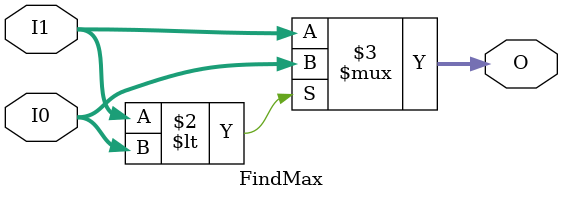
<source format=v>
/*
 * Project:     Bitlet PE
 * Module:      Bitlet_MaxTree
 * Discription: Compare tree, to find out maximum value among DI in pipeline.
 * Dependency:  
 * 
 * Author:      ZHU Zi-Xuan (UESTC), 2021.02
 */

`timescale 1ns / 1ps

module Bitlet_MaxTree
#(
    parameter N = 16,   // number of input
    parameter W = 9     // width of input
)
(
    input               clk,
    input               rst_n,
    input               DI_vld,     // active high, 1 cycle
    input   [N*W-1:0]   DI_vec,     // input as a vector
    output              MAX_vld,    // active high, 1 cycle
    output  [W-1:0]     MAX
);

localparam  D   = $clog2(N);        // depth of compare tree

integer i, j;

reg             pmax_vld[D:0];
reg     [W-1:0] pmax_reg[D:0][N-1:0];
wire    [W-1:0] pmax_res[D:0][N-1:0];

assign  MAX_vld = pmax_vld[0];
assign  MAX     = pmax_reg[0][0];
genvar g, k;

always @(*)
begin
    pmax_vld[D]   = DI_vld;
end
for (g=0; g<D; g=g+1)
begin
    always @(posedge clk or negedge rst_n)
    begin
        if (!rst_n)
            pmax_vld[g] <= 1'b0;
        else if (pmax_vld[g]!=pmax_vld[g+1])
            pmax_vld[g] <= pmax_vld[g+1];
    end
end
always @(*)
begin
    for (i=0; i<N; i=i+1)
    begin
        pmax_reg[D][i]   = DI_vec[(i*W)+:W];
    end
end

for (g=0; g<D; g=g+1)
begin
    for (k=0; k<2**g; k=k+1)
    begin
        always @(posedge clk or negedge rst_n)
        begin
            if (!rst_n)
                pmax_reg[g][k]  <= 'b0;
            else if (pmax_vld[g+1])
                pmax_reg[g][k]  <=  pmax_res[g][k];
        end
    end
end
generate
    for (g=0; g<D; g=g+1)
    begin
        for (k=0; k<2**g; k=k+1)
        begin
            FindMax #(.W(W)) UFINDMAX
            (
                .I1(pmax_reg[g+1][2*k+1]),
                .I0(pmax_reg[g+1][2*k+0]),
                .O(pmax_res[g][k])
            );
        end
    end
endgenerate

endmodule


module FindMax
#(
    parameter W = 9
)
(
    input   [W-1:0] I1,
    input   [W-1:0] I0,
    output  [W-1:0] O
);

assign O = (I1<I0) ? I0 : I1;

endmodule

</source>
